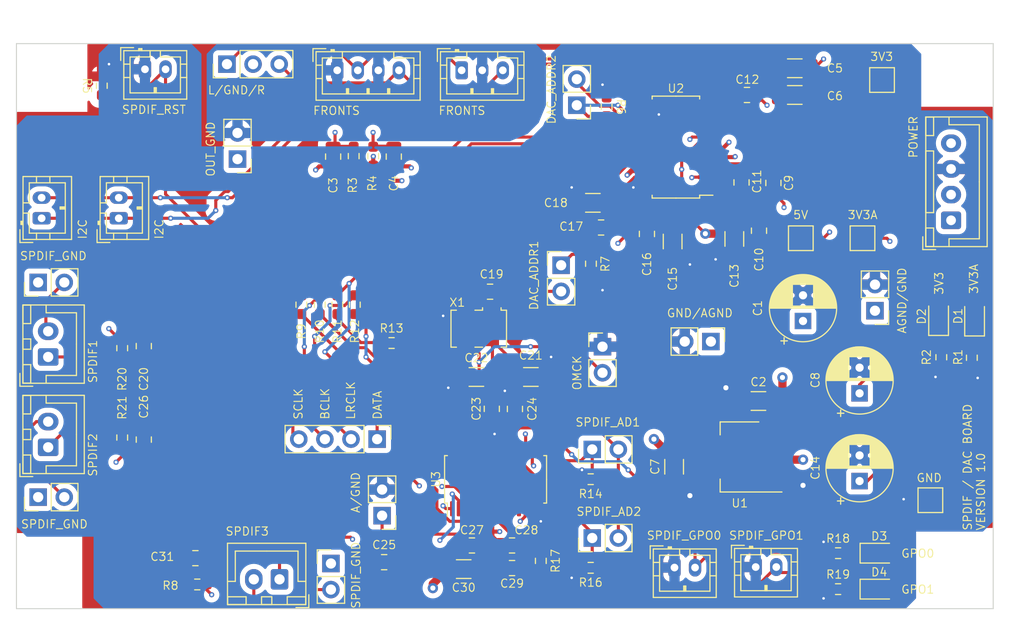
<source format=kicad_pcb>
(kicad_pcb (version 20240108) (generator "pcbnew") (generator_version "8.0")
  (layers (0 "F.Cu" signal) (1 "In1.Cu" signal) (2 "In2.Cu" signal) (31 "B.Cu" signal) (34 "B.Paste" user) (35 "F.Paste" user) (36 "B.SilkS" user "B.Silkscreen") (37 "F.SilkS" user "F.Silkscreen") (38 "B.Mask" user) (39 "F.Mask" user) (44 "Edge.Cuts" user))
  (net 0 "")
  (net 1 "AGND")
  (net 6 "GND")
  (net 7 "I2S_DATA")
  (net 8 "I2S_LRCLK")
  (net 9 "I2S_BCLK")
  (net 10 "I2S_SCLK")
  (net 11 "SCL")
  (net 12 "SDA")
  (net 13 "3V3")
  (net 14 "SPDIF3_IN")
  (net 15 "SPDIF3_GND")
  (net 16 "3V3A")
  (net 17 "RESET")
  (net 18 "SPDIF1_IN")
  (net 19 "SPDIF1_GND")
  (net 20 "SPDIF2_IN")
  (net 21 "SPDIF2_GND")
  (net 22 "5V")
  (net 23 "GPO0")
  (net 24 "OMCK")
  (net 25 "OUTL")
  (net 26 "OUTR")
  (net 27 "Net-(U2-OUTR)")
  (net 28 "Net-(U2-OUTL)")
  (net 29 "Net-(U2-VCOM{slash}DEMP)")
  (net 30 "Net-(U2-CAPP)")
  (net 31 "Net-(U2-CAPM)")
  (net 32 "Net-(U2-VNEG)")
  (net 33 "Net-(U2-LDOO)")
  (net 34 "AGND_OUT")
  (net 35 "Net-(D1-K)")
  (net 36 "Net-(D2-K)")
  (net 37 "Net-(D3-K)")
  (net 38 "Net-(D4-K)")
  (net 39 "GPO1")
  (net 40 "Net-(U3-RXP0)")
  (net 41 "Net-(U3-RXN)")
  (net 42 "Net-(U3-RXP1)")
  (net 43 "Net-(U3-FILT)")
  (net 44 "Net-(C29-Pad2)")
  (net 46 "Net-(J11-Pin_1)")
  (net 47 "Net-(J12-Pin_1)")
  (net 48 "Net-(J15-Pin_1)")
  (net 49 "Net-(J18-Pin_1)")
  (net 50 "Net-(U3-RMCK)")
  (net 51 "Net-(U3-OSCLK)")
  (net 52 "Net-(U3-SDOUT)")
  (net 53 "Net-(U3-OLRCK)")
  (net 54 "Net-(U3-RXP2)")
  (footprint "Connector_PinHeader_2.54mm:PinHeader_1x02_P2.54mm_Vertical" (layer "F.Cu") (at 107.513748 116.755 180)
    (property "Reference" "J11" (hide yes))
    (property "Value" "Conn_01x02_Pin")
  )
  (footprint "Capacitor_SMD:C_1206_3216Metric_Pad1.33x1.80mm_HandSolder" (layer "F.Cu") (at 109.076248 126.255 180)
    (property "Reference" "C18")
    (property "Value" "10u")
  )
  (footprint "LED_SMD:LED_0805_2012Metric_Pad1.15x1.40mm_HandSolder" (layer "F.Cu") (at 136.926248 160.355)
    (property "Reference" "D3")
    (property "Value" "BLUE")
  )
  (footprint "Connector_PinHeader_2.54mm:PinHeader_1x04_P2.54mm_Vertical" (layer "F.Cu") (at 88.093748 149.255 -90)
    (property "Reference" "J14" (hide yes))
    (property "Value" "Conn_01x04_Pin")
  )
  (footprint "Capacitor_SMD:C_1206_3216Metric_Pad1.33x1.80mm_HandSolder" (layer "F.Cu") (at 122.833748 129.768748 -90)
    (property "Reference" "C13")
    (property "Value" "10u")
  )
  (footprint "Resistor_SMD:R_0603_1608Metric_Pad0.98x0.95mm_HandSolder" (layer "F.Cu") (at 142.965 141.283334 90)
    (property "Reference" "R2")
    (property "Value" "330R")
  )
  (footprint "Capacitor_SMD:C_1206_3216Metric_Pad1.33x1.80mm_HandSolder" (layer "F.Cu") (at 103.046248 143.205 180)
    (property "Reference" "C21")
    (property "Value" "10u")
  )
  (footprint "Connector_PinHeader_2.54mm:PinHeader_1x02_P2.54mm_Vertical" (layer "F.Cu") (at 110.013748 140.255)
    (property "Reference" "J13" (hide yes))
    (property "Value" "Conn_01x02_Pin")
  )
  (footprint "Connector_PinHeader_2.54mm:PinHeader_1x03_P2.54mm_Vertical" (layer "F.Cu") (at 73.488748 112.755 90)
    (property "Reference" "J4" (hide yes))
    (property "Value" "Conn_01x03_Pin")
  )
  (footprint "Capacitor_THT:CP_Radial_D6.3mm_P2.50mm" (layer "F.Cu") (at 135.013748 153.337379 90)
    (property "Reference" "C14")
    (property "Value" "220u")
  )
  (footprint "Capacitor_SMD:C_1206_3216Metric_Pad1.33x1.80mm_HandSolder" (layer "F.Cu") (at 97.746248 143.205)
    (property "Reference" "C22")
    (property "Value" "10u")
  )
  (footprint "Capacitor_SMD:C_1206_3216Metric_Pad1.33x1.80mm_HandSolder" (layer "F.Cu") (at 116.979036 151.944843 90)
    (property "Reference" "C7")
    (property "Value" "10u" (hide yes))
  )
  (footprint "Capacitor_SMD:C_1206_3216Metric_Pad1.33x1.80mm_HandSolder" (layer "F.Cu") (at 125.179036 145.544843)
    (property "Reference" "C2")
    (property "Value" "10u")
  )
  (footprint "Connector_JST:JST_XH_B4B-XH-A_1x04_P2.50mm_Vertical" (layer "F.Cu") (at 143.913748 127.955 90)
    (property "Reference" "J6" (hide yes))
    (property "Value" "CHANSEL" (hide yes))
  )
  (footprint "Package_SO:TSSOP-28_4.4x9.7mm_P0.65mm" (layer "F.Cu") (at 99.61205 153.16811 90)
    (property "Reference" "U3")
    (property "Value" "CS8416-xZZ")
  )
  (footprint "Resistor_SMD:R_0603_1608Metric_Pad0.98x0.95mm_HandSolder" (layer "F.Cu") (at 110.413748 116.915 90)
    (property "Reference" "R6")
    (property "Value" "4.7K")
  )
  (footprint "Resistor_SMD:R_0603_1608Metric_Pad0.98x0.95mm_HandSolder" (layer "F.Cu") (at 85.813748 121.705 90)
    (property "Reference" "R3")
    (property "Value" "470R")
  )
  (footprint "Resistor_SMD:R_0603_1608Metric_Pad0.98x0.95mm_HandSolder" (layer "F.Cu") (at 108.863748 161.78 180)
    (property "Reference" "R16")
    (property "Value" "47K")
  )
  (footprint "Package_TO_SOT_SMD:SOT-223-3_TabPin2" (layer "F.Cu") (at 123.365288 150.989843 180)
    (property "Reference" "U1")
    (property "Value" "ZLDO1117QG33TA")
  )
  (footprint "Capacitor_SMD:C_1206_3216Metric_Pad1.33x1.80mm_HandSolder" (layer "F.Cu") (at 128.713748 113.155 180)
    (property "Reference" "C5")
    (property "Value" "0R")
  )
  (footprint "Capacitor_SMD:C_0805_2012Metric_Pad1.18x1.45mm_HandSolder" (layer "F.Cu") (at 70.4175 160.84)
    (property "Reference" "C31")
    (property "Value" "0.01u")
  )
  (footprint "LED_SMD:LED_0805_2012Metric_Pad1.15x1.40mm_HandSolder" (layer "F.Cu") (at 146.2 137.35 90)
    (property "Reference" "D1")
    (property "Value" "BLUE")
  )
  (footprint "Capacitor_SMD:C_0805_2012Metric_Pad1.18x1.45mm_HandSolder" (layer "F.Cu") (at 101.213748 161.805)
    (property "Reference" "C29")
    (property "Value" "22n C0G")
  )
  (footprint "Resistor_SMD:R_0603_1608Metric_Pad0.98x0.95mm_HandSolder" (layer "F.Cu") (at 145.935 141.333333 90)
    (property "Reference" "R1")
    (property "Value" "75R")
  )
  (footprint "Resistor_SMD:R_0603_1608Metric_Pad0.98x0.95mm_HandSolder" (layer "F.Cu") (at 80.723748 136.1675 90)
    (property "Reference" "R9")
    (property "Value" "22R")
  )
  (footprint "Connector_JST:JST_PH_B4B-PH-K_1x04_P2.00mm_Vertical" (layer "F.Cu") (at 84.213748 113.355)
    (property "Reference" "J1" (hide yes))
    (property "Value" "Conn_01x04_Pin")
  )
  (footprint "Package_SO:TSSOP-28_4.4x9.7mm_P0.65mm" (layer "F.Cu") (at 117.151248 120.83 180)
    (property "Reference" "U2")
    (property "Value" "PCM5142PWR")
  )
  (footprint "Resistor_SMD:R_0603_1608Metric_Pad0.98x0.95mm_HandSolder" (layer "F.Cu") (at 89.5 139.9)
    (property "Reference" "R13")
    (property "Value" "47K")
  )
  (footprint "Resistor_SMD:R_0603_1608Metric_Pad0.98x0.95mm_HandSolder" (layer "F.Cu") (at 85.923748 136.1675 90)
    (property "Reference" "R12")
    (property "Value" "22R")
  )
  (footprint "Connector_PinHeader_2.54mm:PinHeader_1x02_P2.54mm_Vertical" (layer "F.Cu") (at 74.513748 121.995 180)
    (property "Reference" "J3" (hide yes))
    (property "Value" "Conn_01x02_Pin")
  )
  (footprint "Resistor_SMD:R_0603_1608Metric_Pad0.98x0.95mm_HandSolder" (layer "F.Cu") (at 61.313748 114.855 90)
    (property "Reference" "R5")
    (property "Value" "4.7K")
  )
  (footprint "Resistor_SMD:R_0603_1608Metric_Pad0.98x0.95mm_HandSolder" (layer "F.Cu") (at 63.3 149.1 90)
    (property "Reference" "R21")
    (property "Value" "75R")
  )
  (footprint "Connector_JST:JST_XH_B2B-XH-A_1x02_P2.50mm_Vertical" (layer "F.Cu") (at 56.1 141.255 90)
    (property "Reference" "J16" (hide yes))
    (property "Value" "Conn_01x02_Pin" (hide yes))
  )
  (footprint "Capacitor_SMD:C_0805_2012Metric" (layer "F.Cu") (at 123.533748 124.268748 90)
    (property "Reference" "C11")
    (property "Value" "2.2u 25V")
  )
  (footprint "MountingHole:MountingHole_3.2mm_M3" (layer "F.Cu") (at 145.513748 113.255)
    (property "Reference" "H2" (hide yes))
    (property "Value" "MountingHole" (hide yes))
  )
  (footprint "Connector_PinHeader_2.54mm:PinHeader_1x02_P2.54mm_Vertical" (layer "F.Cu") (at 136.513748 136.755 180)
    (property "Reference" "J8" (hide yes))
    (property "Value" "Conn_01x02_Pin")
  )
  (footprint "Capacitor_SMD:C_0805_2012Metric" (layer "F.Cu") (at 114.333748 129.281248 90)
    (property "Reference" "C16")
    (property "Value" "0.01u")
  )
  (footprint "Resistor_SMD:R_0603_1608Metric_Pad0.98x0.95mm_HandSolder" (layer "F.Cu") (at 132.926248 160.355)
    (property "Reference" "R18")
    (property "Value" "75R")
  )
  (footprint "TestPoint:TestPoint_Pad_2.0x2.0mm" (layer "F.Cu") (at 129.3 129.7)
    (property "Reference" "TP2" (hide yes))
    (property "Value" "TestPoint")
  )
  (footprint "Capacitor_SMD:C_0805_2012Metric" (layer "F.Cu") (at 124.063748 115.755 180)
    (property "Reference" "C12")
    (property "Value" "0.01u")
  )
  (footprint "Connector_PinHeader_2.54mm:PinHeader_1x02_P2.54mm_Vertical" (layer "F.Cu") (at 88.576248 156.705 180)
    (property "Reference" "J17" (hide yes))
    (property "Value" "Conn_01x02_Pin")
  )
  (footprint "TestPoint:TestPoint_Pad_2.0x2.0mm" (layer "F.Cu") (at 141.9 155.2)
    (property "Reference" "TP4" (hide yes))
    (property "Value" "TestPoint")
  )
  (footprint "Capacitor_SMD:C_0805_2012Metric" (layer "F.Cu") (at 126.633748 124.318748 90)
    (property "Reference" "C9")
    (property "Value" "2.2u 25V")
  )
  (footprint "Connector_PinHeader_2.54mm:PinHeader_1x02_P2.54mm_Vertical" (layer "F.Cu") (at 109.013748 158.88 90)
    (property "Reference" "J18" (hide yes))
    (property "Value" "Conn_01x02_Pin")
  )
  (footprint "Resistor_SMD:R_0603_1608Metric_Pad0.98x0.95mm_HandSolder" (layer "F.Cu") (at 108.863748 153.155 180)
    (property "Reference" "R14")
    (property "Value" "47K")
  )
  (footprint "Resistor_SMD:R_0603_1608Metric_Pad0.98x0.95mm_HandSolder" (layer "F.Cu") (at 82.513748 136.1675 90)
    (property "Reference" "R10")
    (property "Value" "22R")
  )
  (footprint "Connector_JST:JST_XH_B2B-XH-A_1x02_P2.50mm_Vertical" (layer "F.Cu") (at 78.6 162.9 180)
    (property "Reference" "J24" (hide yes))
    (property "Value" "Conn_01x02_Pin")
  )
  (footprint "Resistor_SMD:R_0603_1608Metric_Pad0.98x0.95mm_HandSolder" (layer "F.Cu") (at 132.926248 163.855)
    (property "Reference" "R19")
    (property "Value" "330R")
  )
  (footprint "Capacitor_SMD:C_1206_3216Metric_Pad1.33x1.80mm_HandSolder" (layer "F.Cu") (at 96.513748 161.905)
    (property "Reference" "C30")
    (property "Value" "10u")
  )
  (footprint "Connector_JST:JST_PH_B2B-PH-K_1x02_P2.00mm_Vertical" (layer "F.Cu") (at 55.463748 127.755 90)
    (property "Reference" "J7" (hide yes))
    (property "Value" "Conn_01x02_Male")
  )
  (footprint "Capacitor_SMD:C_0805_2012Metric" (layer "F.Cu") (at 101.4958 146.31811 -90)
    (property "Reference" "C24")
    (property "Value" "0.01u")
  )
  (footprint "Capacitor_SMD:C_0805_2012Metric" (layer "F.Cu") (at 99.246248 146.305 -90)
    (property "Reference" "C23")
    (property "Value" "0.01u")
  )
  (footprint "TestPoint:TestPoint_Pad_2.0x2.0mm" (layer "F.Cu") (at 137.2 114.3)
    (property "Reference" "TP1" (hide yes))
    (property "Value" "TestPoint")
  )
  (footprint "Capacitor_SMD:C_0805_2012Metric_Pad1.18x1.45mm_HandSolder" (layer "F.Cu") (at 101.213748 159.605)
    (property "Reference" "C28")
    (property "Value" "1n C0G")
  )
  (footprint "Capacitor_SMD:C_0805_2012Metric" (layer "F.Cu") (at 83.813748 121.755 90)
    (property "Reference" "C3")
    (property "Value" "2.2n C0G 50V")
  )
  (footprint "Connector_PinHeader_2.54mm:PinHeader_1x02_P2.54mm_Vertical" (layer "F.Cu") (at 109.013748 150.255 90)
    (property "Reference" "J15" (hide yes))
    (property "Value" "Conn_01x02_Pin")
  )
  (footprint "Resistor_SMD:R_0603_1608Metric_Pad0.98x0.95mm_HandSolder" (layer "F.Cu") (at 104.013748 161.105 -90)
    (property "Reference" "R17")
    (property "Value" "3K")
  )
  (footprint "Capacitor_SMD:C_0805_2012Metric_Pad1.18x1.45mm_HandSolder" (layer "F.Cu") (at 88.776248 161.23)
    (property "Reference" "C25")
    (property "Value" "0.01u")
  )
  (footprint "Resistor_SMD:R_0603_1608Metric_Pad0.98x0.95mm_HandSolder" (layer "F.Cu") (at 84.223748 136.1675 90)
    (property "Reference" "R11")
    (property "Value" "22R")
  )
  (footprint "Capacitor_SMD:C_1206_3216Metric_Pad1.33x1.80mm_HandSolder" (layer "F.Cu") (at 128.713748 115.755 180)
    (property "Reference" "C6")
    (property "Value" "10u")
  )
  (footprint "Capacitor_SMD:C_0805_2012Metric" (layer "F.Cu") (at 97.313748 159.605 180)
    (property "Reference" "C27")
    (property "Value" "0.01u")
  )
  (footprint "LED_SMD:LED_0805_2012Metric_Pad1.15x1.40mm_HandSolder" (layer "F.Cu") (at 136.926248 163.855)
    (property "Reference" "D4")
    (property "Value" "YELLOW")
  )
  (footprint "Capacitor_SMD:C_0805_2012Metric" (layer "F.Cu") (at 109.876248 128.655)
    (property "Reference" "C17")
    (property "Value" "0.01u")
  )
  (footprint "Connector_PinHeader_2.54mm:PinHeader_1x02_P2.54mm_Vertical" (layer "F.Cu") (at 105.988748 132.33)
    (property "Reference" "J12" (hide yes))
    (property "Value" "Conn_01x02_Pin")
  )
  (footprint "Connector_PinHeader_2.54mm:PinHeader_1x02_P2.54mm_Vertical" (layer "F.Cu") (at 120.553748 139.755 -90)
    (property "Reference" "J9" (hide yes))
    (property "Value" "Conn_01x02_Pin")
  )
  (footprint "Resistor_SMD:R_0603_1608Metric_Pad0.98x0.95mm_HandSolder" (layer "F.Cu") (at 63.3 140.4 90)
    (property "Reference" "R20")
    (property "Value" "75R")
  )
  (footprint "Capacitor_THT:CP_Radial_D6.3mm_P2.50mm" (layer "F.Cu") (at 135.013748 144.796189 90)
    (property "Reference" "C8")
    (property "Value" "220u")
  )
  (footprint "LED_SMD:LED_0805_2012Metric_Pad1.15x1.40mm_HandSolder" (layer "F.Cu") (at 142.7 137.3 90)
    (property "Reference" "D2")
    (property "Value" "YELLOW")
  )
  (footprint "Connector_JST:JST_XH_B2B-XH-A_1x02_P2.50mm_Vertical" (layer "F.Cu") (at 56.1 150.05 90)
    (property "Reference" "J20" (hide yes))
    (property "Value" "Conn_01x02_Pin" (hide yes))
  )
  (footprint "Connector_JST:JST_PH_B2B-PH-K_1x02_P2.00mm_Vertical" (layer "F.Cu") (at 124.913748 161.705)
    (property "Reference" "J22" (hide yes))
    (property "Value" "Conn_01x02_Male")
  )
  (footprint "Connector_JST:JST_PH_B2B-PH-K_1x02_P2.00mm_Vertical" (layer "F.Cu") (at 65.513748 113.255)
    (property "Reference" "J10" (hide yes))
    (property "Value" "Conn_01x02_Male")
  )
  (footprint "Capacitor_THT:CP_Radial_D6.3mm_P2.50mm" (layer "F.Cu") (at 129.513748 137.755 90)
    (property "Reference" "C1")
    (property "Value" "220u")
  )
  (footprint "Capacitor_SMD:C_0805_2012Metric" (layer "F.Cu") (at 125.233748 128.968748 90)
    (property "Reference" "C10")
    (property "Value" "0.01u")
  )
  (footprint "Capacitor_SMD:C_0805_2012Metric_Pad1.18x1.45mm_HandSolder" (layer "F.Cu") (at 65.4 149.3 -90)
    (property "Reference" "C26")
    (property "Value" "0.01u")
  )
  (footprint "Capacitor_SMD:C_1206_3216Metric_Pad1.33x1.80mm_HandSolder" (layer "F.Cu") (at 116.833748 130.018748 -90)
    (property "Reference" "C15")
    (property "Value" "10u")
  )
  (footprint "Oscillator:Oscillator_SMD_EuroQuartz_XO53-4Pin_5.0x3.2mm" (layer "F.Cu") (at 97.976248 138.505 180)
    (property "Reference" "X1")
    (property "Value" "DFA-S3")
  )
  (footprint "Capacitor_SMD:C_0805_2012Metric" (layer "F.Cu") (at 99.076248 134.905 180)
    (property "Reference" "C19")
    (property "Value" "0.01u")
  )
  (footprint "Resistor_SMD:R_0603_1608Metric_Pad0.98x0.95mm_HandSolder" (layer "F.Cu") (at 87.713748 121.705 90)
    (property "Reference" "R4")
    (property "Value" "470R")
  )
  (footprint "MountingHole:MountingHole_3.2mm_M3" (layer "F.Cu") (at 55.513748 113.255)
    (property "Reference" "H1" (hide yes))
    (property "Value" "MountingHole" (hide yes))
  )
  (footprint "Connector_PinHeader_2.54mm:PinHeader_1x02_P2.54mm_Vertical" (layer "F.Cu") (at 55.125 154.9 90)
    (property "Reference" "J23" (hide yes))
    (property "Value" "Conn_01x02_Pin")
  )
  (footprint "Connector_PinHeader_2.54mm:PinHeader_1x02_P2.54mm_Vertical" (layer "F.Cu") (at 83.6 161.36)
    (property "Reference" "J25" (hide yes))
    (property "Value" "Conn_01x02_Pin")
  )
  (footprint "Resistor_SMD:R_0603_1608Metric_Pad0.98x0.95mm_HandSolder" (layer "F.Cu") (at 70.6 163.4)
    (property "Reference" "R8")
    (property "Value" "75R")
  )
  (footprint "Connector_PinHeader_2.54mm:PinHeader_1x02_P2.54mm_Vertical" (layer "F.Cu") (at 55.125 134 90)
    (property "Reference" "J19" (hide yes))
    (property "Value" "Conn_01x02_Pin")
  )
  (footprint "Resistor_SMD:R_0603_1608Metric_Pad0.98x0.95mm_HandSolder" (layer "F.Cu") (at 108.888748 132.1825 -90)
    (property "Reference" "R7")
    (property "Value" "4.7K")
  )
  (footprint "Connector_JST:JST_PH_B3B-PH-K_1x03_P2.00mm_Vertical" (layer "F.Cu") (at 96.313748 113.355)
    (property "Reference" "J2" (hide yes))
    (property "Value" "Conn_01x03_Pin")
  )
  (footprint "Connector_JST:JST_PH_B2B-PH-K_1x02_P2.00mm_Vertical" (layer "F.Cu") (at 62.963748 127.755 90)
    (property "Reference" "J5" (hide yes))
    (property "Value" "Conn_01x02_Male" (hide yes))
  )
  (footprint "TestPoint:TestPoint_Pad_2.0x2.0mm" (layer "F.Cu") (at 135.3 129.7)
    (property "Reference" "TP3" (hide yes))
    (property "Value" "TestPoint")
  )
  (footprint "Connector_JST:JST_PH_B2B-PH-K_1x02_P2.00mm_Vertical" (layer "F.Cu") (at 117.013748 161.755)
    (property "Reference" "J21" (hide yes))
    (property "Value" "Conn_01x02_Male")
  )
  (footprint "Capacitor_SMD:C_0805_2012Metric" (layer "F.Cu") (at 89.713748 121.755 90)
    (property "Reference" "C4")
    (property "Value" "2.2n C0G 50V")
  )
  (footprint "Capacitor_SMD:C_0805_2012Metric_Pad1.18x1.45mm_HandSolder" (layer "F.Cu") (at 65.4 140.2 90)
    (property "Reference" "C20")
    (property "Value" "0.01u")
  )
  (footprint "MountingHole:MountingHole_3.2mm_M3" (layer "F.Cu") (at 145.513748 163.255)
    (property "Reference" "H4" (hide yes))
    (property "Value" "MountingHole" (hide yes))
  )
  (footprint "MountingHole:MountingHole_3.2mm_M3" (layer "F.Cu") (at 55.513748 163.255)
    (property "Reference" "H3" (hide yes))
    (property "Value" "MountingHole" (hide yes))
  )
  (gr_line (start 53.013748 110.755) (end 148.013748 110.755) (stroke (width 0.1)) (layer "Edge.Cuts"))
  (gr_line (start 148.013748 110.755) (end 148.013748 165.755) (stroke (width 0.1)) (layer "Edge.Cuts"))
  (gr_line (start 53.013748 165.755) (end 148.013748 165.755) (stroke (width 0.1)) (layer "Edge.Cuts"))
  (gr_line (start 53.013748 165.755) (end 53.013748 110.755) (stroke (width 0.1)) (layer "Edge.Cuts"))
  (gr_text "AGND/GND" (at 139.613748 139.03 90) (layer "F.SilkS") (effects (font (size 0.8 0.8) (thickness 0.1) (bold yes)) (justify left bottom)))
  (gr_text "3V3A" (at 133.8 127.9 0) (layer "F.SilkS") (effects (font (size 0.8 0.8) (thickness 0.1) (bold yes)) (justify left bottom)))
  (gr_text "DAC_ADDR2" (at 105.513748 118.655 90) (layer "F.SilkS") (effects (font (size 0.8 0.8) (thickness 0.1) (bold yes)) (justify left bottom)))
  (gr_text "A/GND" (at 86.476248 156.5 90) (layer "F.SilkS") (effects (font (size 0.8 0.8) (thickness 0.1) (bold yes)) (justify left bottom)))
  (gr_text "SPDIF_AD2" (at 107.426248 156.78 0) (layer "F.SilkS") (effects (font (size 0.8 0.8) (thickness 0.1) (bold yes)) (justify left bottom)))
  (gr_text "SPDIF_GPO0" (at 114.263748 159.105 0) (layer "F.SilkS") (effects (font (size 0.8 0.8) (thickness 0.1) (bold yes)) (justify left bottom)))
  (gr_text "LRCLK" (at 86 147.4 90) (layer "F.SilkS") (effects (font (size 0.8 0.8) (thickness 0.1) (bold yes)) (justify left bottom)))
  (gr_text "SPDIF1" (at 60.913748 143.855 90) (layer "F.SilkS") (effects (font (size 0.8 0.8) (thickness 0.1) (bold yes)) (justify left bottom)))
  (gr_text "SPDIF_GPO1" (at 122.263748 159.105 0) (layer "F.SilkS") (effects (font (size 0.8 0.8) (thickness 0.1) (bold yes)) (justify left bottom)))
  (gr_text "SPDIF_AD1" (at 107.326248 148.08 0) (layer "F.SilkS") (effects (font (size 0.8 0.8) (thickness 0.1) (bold yes)) (justify left bottom)))
  (gr_text "GND" (at 140.5 153.5 0) (layer "F.SilkS") (effects (font (size 0.8 0.8) (thickness 0.1) (bold yes)) (justify left bottom)))
  (gr_text "SPDIF / DAC BOARD\nVERSION 1.0" (at 147.278748 158.2 90) (layer "F.SilkS") (effects (font (size 0.8 0.8) (thickness 0.1) (bold yes)) (justify left bottom)))
  (gr_text "SPDIF_GND" (at 86.5 165.8 90) (layer "F.SilkS") (effects (font (size 0.8 0.8) (thickness 0.1) (bold yes)) (justify left bottom)))
  (gr_text "FRONTS\n" (at 94.013748 117.755 0) (layer "F.SilkS") (effects (font (size 0.8 0.8) (thickness 0.1) (bold yes)) (justify left bottom)))
  (gr_text "L/GND/R" (at 71.568748 115.755 0) (layer "F.SilkS") (effects (font (size 0.8 0.8) (thickness 0.1) (bold yes)) (justify left bottom)))
  (gr_text "3V3" (at 143.215 135.255 90) (layer "F.SilkS") (effects (font (size 0.8 0.8) (thickness 0.1) (bold yes)) (justify left bottom)))
  (gr_text "SCLK\n" (at 80.9 147.4 90) (layer "F.SilkS") (effects (font (size 0.8 0.8) (thickness 0.1) (bold yes)) (justify left bottom)))
  (gr_text "SPDIF_RST" (at 63.213748 117.655 0) (layer "F.SilkS") (effects (font (size 0.8 0.8) (thickness 0.1) (bold yes)) (justify left bottom)))
  (gr_text "GND/AGND" (at 116.213748 137.455 0) (layer "F.SilkS") (effects (font (size 0.8 0.8) (thickness 0.1) (bold yes)) (justify left bottom)))
  (gr_text "5V" (at 128.5 127.9 0) (layer "F.SilkS") (effects (font (size 0.8 0.8) (thickness 0.1) (bold yes)) (justify left bottom)))
  (gr_text "GPO0\n" (at 139.013748 160.855 0) (layer "F.SilkS") (effects (font (size 0.8 0.8) (thickness 0.1) (bold yes)) (justify left bottom)))
  (gr_text "DAC_ADDR1" (at 103.813748 136.755 90) (layer "F.SilkS") (effects (font (size 0.8 0.8) (thickness 0.1) (bold yes)) (justify left bottom)))
  (gr_text "OMCK" (at 108.013748 144.545 90) (layer "F.SilkS") (effects (font (size 0.8 0.8) (thickness 0.1) (bold yes)) (justify left bottom)))
  (gr_text "SPDIF_GND" (at 53.3 131.9 0) (layer "F.SilkS") (effects (font (size 0.8 0.8) (thickness 0.1) (bold yes)) (justify left bottom)))
  (gr_text "3V3" (at 136 112.5 0) (layer "F.SilkS") (effects (font (size 0.8 0.8) (thickness 0.1) (bold yes)) (justify left bottom)))
  (gr_text "SPDIF_GND" (at 53.4 158 0) (layer "F.SilkS") (effects (font (size 0.8 0.8) (thickness 0.1) (bold yes)) (justify left bottom)))
  (gr_text "DATA" (at 88.6 147.4 90) (layer "F.SilkS") (effects (font (size 0.8 0.8) (thickness 0.1) (bold yes)) (justify left bottom)))
  (gr_text "OUT_GND" (at 72.363748 123.755 90) (layer "F.SilkS") (effects (font (size 0.8 0.8) (thickness 0.1) (bold yes)) (justify left bottom)))
  (gr_text "FRONTS" (at 81.813748 117.755 0) (layer "F.SilkS") (effects (font (size 0.8 0.8) (thickness 0.1) (bold yes)) (justify left bottom)))
  (gr_text "GPO1\n" (at 139.013748 164.355 0) (layer "F.SilkS") (effects (font (size 0.8 0.8) (thickness 0.1) (bold yes)) (justify left bottom)))
  (gr_text "BCLK" (at 83.5 147.4 90) (layer "F.SilkS") (effects (font (size 0.8 0.8) (thickness 0.1) (bold yes)) (justify left bottom)))
  (gr_text "SPDIF2" (at 60.913748 152.95 90) (layer "F.SilkS") (effects (font (size 0.8 0.8) (thickness 0.1) (bold yes)) (justify left bottom)))
  (gr_text "POWER" (at 140.713748 121.955 90) (layer "F.SilkS") (effects (font (size 0.8 0.8) (thickness 0.1) (bold yes)) (justify left bottom)))
  (gr_text "I2C" (at 67.363748 129.855 90) (layer "F.SilkS") (effects (font (size 0.8 0.8) (thickness 0.1) (bold yes)) (justify left bottom)))
  (gr_text "SPDIF3" (at 73.3 158.7 0) (layer "F.SilkS") (effects (font (size 0.8 0.8) (thickness 0.1) (bold yes)) (justify left bottom)))
  (gr_text "3V3A" (at 146.6 135.175 90) (layer "F.SilkS") (effects (font (size 0.8 0.8) (thickness 0.1) (bold yes)) (justify left bottom)))
  (gr_text "I2C" (at 59.913748 129.855 90) (layer "F.SilkS") (effects (font (size 0.8 0.8) (thickness 0.1) (bold yes)) (justify left bottom)))
  (segment (start 130.276248 115.755) (end 130.276248 113.155) (width 0.3) (layer "F.Cu") (net 1))
  (segment (start 83.813748 122.705) (end 82.463748 122.705) (width 0.4) (layer "F.Cu") (net 1))
  (segment (start 95.38705 156.01811) (end 94.776858 156.01811) (width 0.3) (layer "F.Cu") (net 1))
  (segment (start 98.263748 159.605) (end 98.263748 161.7175) (width 0.4) (layer "F.Cu") (net 1))
  (segment (start 88.576248 156.705) (end 88.576248 160.3925) (width 0.3) (layer "F.Cu") (net 1))
  (segment (start 99.28705 158.581698) (end 98.263748 159.605) (width 0.4) (layer "F.Cu") (net 1))
  (segment (start 118.745 123.755) (end 118.7 123.8) (width 0.3) (layer "F.Cu") (net 1))
  (segment (start 130.613748 113.155) (end 131.513748 112.255) (width 0.3) (layer "F.Cu") (net 1))
  (segment (start 89.713748 122.705) (end 91.263748 122.705) (width 0.4) (layer "F.Cu") (net 1))
  (segment (start 63.3 150.9) (end 62.7 151.5) (width 0.3) (layer "F.Cu") (net 1))
  (segment (start 71.5125 163.4) (end 71.5125 163.9125) (width 0.3) (layer "F.Cu") (net 1))
  (segment (start 118.738748 119.855) (end 118.513748 120.08) (width 0.3) (layer "F.Cu") (net 1))
  (segment (start 91.263748 122.705) (end 91.413748 122.855) (width 0.4) (layer "F.Cu") (net 1))
  (segment (start 120.013748 119.855) (end 118.738748 119.855) (width 0.3) (layer "F.Cu") (net 1))
  (segment (start 126.633748 125.268748) (end 127.664949 126.299949) (width 0.3) (layer "F.Cu") (net 1))
  (segment (start 99.28705 156.01811) (end 99.28705 158.255) (width 0.4) (layer "F.Cu") (net 1))
  (segment (start 120.013748 123.755) (end 118.745 123.755) (width 0.3) (layer "F.Cu") (net 1))
  (segment (start 71.5125 163.9125) (end 72 164.4) (width 0.3) (layer "F.Cu") (net 1))
  (segment (start 127.664949 126.299949) (end 127.664949 126.709865) (width 0.3) (layer "F.Cu") (net 1))
  (segment (start 99.28705 158.255) (end 99.28705 158.581698) (width 0.4) (layer "F.Cu") (net 1))
  (segment (start 82.463748 122.705) (end 82.113748 123.055) (width 0.4) (layer "F.Cu") (net 1))
  (segment (start 63.3 150.0125) (end 63.3 150.9) (width 0.3) (layer "F.Cu") (net 1))
  (segment (start 102.53705 156.01811) (end 102.53705 156.731698) (width 0.3) (layer "F.Cu") (net 1))
  (segment (start 99.28705 158.715802) (end 100.176248 159.605) (width 0.4) (layer "F.Cu") (net 1))
  (segment (start 99.28705 158.255) (end 100.013748 158.255) (width 0.4) (layer "F.Cu") (net 1))
  (segment (start 103.18705 156.01811) (end 102.53705 156.01811) (width 0.3) (layer "F.Cu") (net 1))
  (segment (start 88.576248 160.3925) (end 87.738748 161.23) (width 0.3) (layer "F.Cu") (net 1))
  (segment (start 101.23705 156.01811) (end 101.88705 156.01811) (width 0.3) (layer "F.Cu") (net 1))
  (segment (start 102.53705 156.731698) (end 102.013748 157.255) (width 0.3) (layer "F.Cu") (net 1))
  (segment (start 62.9875 139.4875) (end 62 138.5) (width 0.3) (layer "F.Cu") (net 1))
  (segment (start 94.776858 156.01811) (end 94.50302 155.744272) (width 0.3) (layer "F.Cu") (net 1))
  (segment (start 100.176248 159.605) (end 100.176248 161.805) (width 0.4) (layer "F.Cu") (net 1))
  (segment (start 99.28705 158.255) (end 99.28705 158.715802) (width 0.4) (layer "F.Cu") (net 1))
  (segment (start 125.013748 115.755) (end 126.013748 116.755) (width 0.3) (layer "F.Cu") (net 1))
  (segment (start 101.88705 156.01811) (end 102.53705 156.01811) (width 0.3) (layer "F.Cu") (net 1))
  (via (at 126.013748 116.755) (size 0.5) (drill 0.25) (layers "F.Cu" "B.Cu") (net 1))
  (via (at 102.013748 157.255) (size 0.5) (drill 0.25) (layers "F.Cu" "B.Cu") (net 1))
  (via (at 82.113748 123.055) (size 0.5) (drill 0.25) (layers "F.Cu" "B.Cu") (net 1))
  (via (at 62.7 151.5) (size 0.5) (drill 0.25) (layers "F.Cu" "B.Cu") (net 1))
  (via (at 118.513748 120.08) (size 0.5) (drill 0.25) (layers "F.Cu" "B.Cu") (net 1))
  (via (at 127.664949 126.709865) (size 0.5) (drill 0.25) (layers "F.Cu" "B.Cu") (net 1))
  (via (at 91.413748 122.855) (size 0.5) (drill 0.25) (layers "F.Cu" "B.Cu") (net 1))
  (via (at 118.7 123.8) (size 0.5) (drill 0.25) (layers "F.Cu" "B.Cu") (net 1))
  (via (at 62 138.5) (size 0.5) (drill 0.25) (layers "F.Cu" "B.Cu") (net 1))
  (via (at 100.013748 158.255) (size 0.5) (drill 0.25) (layers "F.Cu" "B.Cu") (net 1))
  (via (at 131.513748 112.255) (size 0.5) (drill 0.25) (layers "F.Cu" "B.Cu") (net 1))
  (via (at 72 164.4) (size 0.5) (drill 0.25) (layers "F.Cu" "B.Cu") (net 1))
  (via (at 94.50302 155.744272) (size 0.5) (drill 0.25) (layers "F.Cu" "B.Cu") (net 1))
  (segment (start 103.83705 156.01811) (end 103.83705 157.078302) (width 0.3) (layer "F.Cu") (net 6))
  (segment (start 145.935 142.735) (end 146.5 143.3) (width 0.3) (layer "F.Cu") (net 6))
  (segment (start 139.4 155.2) (end 139.3 155.1) (width 0.3) (layer "F.Cu") (net 6))
  (segment (start 117.266091 153.507343) (end 118.513748 154.755) (width 0.8) (layer "F.Cu") (net 6))
  (segment (start 108.888748 133.095) (end 108.888748 133.63) (width 0.3) (layer "F.Cu") (net 6))
  (segment (start 99.28705 148.981698) (end 99.513748 148.755) (width 0.3) (layer "F.Cu") (net 6))
  (segment (start 117.839996 131.581248) (end 118.513748 132.255) (width 0.3) (layer "F.Cu") (net 6))
  (segment (start 107.951248 153.155) (end 107.951248 152.3175) (width 0.3) (layer "F.Cu") (net 6))
  (segment (start 113.363748 124.405) (end 113.013748 124.755) (width 0.3) (layer "F.Cu") (net 6))
  (segment (start 104.608748 141.66) (end 105.013748 141.255) (width 0.3) (layer "F.Cu") (net 6))
  (segment (start 99.246248 145.355) (end 100.513748 145.355) (width 0.3) (layer "F.Cu") (net 6))
  (segment (start 142.965 142.635) (end 142.4 143.2) (width 0.3) (layer "F.Cu") (net 6))
  (segment (start 125.233748 129.918748) (end 124.246248 129.918748) (width 0.3) (layer "F.Cu") (net 6))
  (segment (start 107.513748 125.255) (end 107.013748 124.755) (width 0.3) (layer "F.Cu") (net 6))
  (segment (start 132.013748 163.855) (end 132.013748 164.255) (width 0.3) (layer "F.Cu") (net 6))
  (segment (start 115.483748 130.231248) (end 116.833748 131.581248) (width 0.3) (layer "F.Cu") (net 6))
  (segment (start 115.244412 117.905) (end 115.494412 117.655) (width 0.3) (layer "F.Cu") (net 6))
  (segment (start 96.063748 143.205) (end 95.013748 144.255) (width 0.3) (layer "F.Cu") (net 6))
  (segment (start 99.28705 150.31811) (end 99.28705 148.981698) (width 0.3) (layer "F.Cu") (net 6))
  (segment (start 94.663748 137.405) (end 94.513748 137.255) (width 0.3) (layer "F.Cu") (net 6))
  (segment (start 122.833748 131.331248) (end 121.4375 131.331248) (width 0.3) (layer "F.Cu") (net 6))
  (segment (start 100.513748 145.355) (end 100.513748 144.555) (width 0.3) (layer "F.Cu") (net 6))
  (segment (start 132.013748 159.755) (end 131.513748 159.255) (width 0.3) (layer "F.Cu") (net 6))
  (segment (start 104.608748 143.205) (end 104.608748 141.66) (width 0.3) (layer "F.Cu") (net 6))
  (segment (start 100.513748 145.355) (end 101.48269 145.355) (width 0.3) (layer "F.Cu") (net 6))
  (segment (start 98.126248 134.905) (end 98.126248 135.985) (width 0.3) (layer "F.Cu") (net 6))
  (segment (start 110.413748 116.0025) (end 110.413748 115.155) (width 0.3) (layer "F.Cu") (net 6))
  (segment (start 108.926248 127.6675) (end 107.513748 126.255) (width 0.3) (layer "F.Cu") (net 6))
  (segment (start 110.413748 115.155) (end 110.013748 114.755) (width 0.3) (layer "F.Cu") (net 6))
  (segment (start 114.288748 124.405) (end 113.363748 124.405) (width 0.3) (layer "F.Cu") (net 6))
  (segment (start 145.935 142.245833) (end 145.935 142.735) (width 0.3) (layer "F.Cu") (net 6))
  (segment (start 126.515288 153.289843) (end 129.048591 153.289843) (width 0.8) (layer "F.Cu") (net 6))
  (segment (start 129.048591 153.289843) (end 129.513748 153.755) (width 0.8) (layer "F.Cu") (net 6))
  (segment (start 123.303591 145.544843) (end 122.013748 144.255) (width 0.8) (layer "F.Cu") (net 6))
  (segment (start 61.313748 113.455) (end 62.013748 112.755) (width 0.3) (layer "F.Cu") (net 6))
  (segment (start 96.706248 137.405) (end 94.663748 137.405) (width 0.3) (layer "F.Cu") (net 6))
  (segment (start 61.313748 113.9425) (end 61.313748 113.455) (width 0.3) (layer "F.Cu") (net 6))
  (segment (start 121.4375 131.331248) (end 121.013748 131.755) (width 0.3) (layer "F.Cu") (net 6))
  (segment (start 103.83705 157.078302) (end 104.013748 157.255) (width 0.3) (layer "F.Cu") (net 6))
  (segment (start 114.288748 117.905) (end 115.244412 117.905) (width 0.3) (layer "F.Cu") (net 6))
  (segment (start 98.126248 135.985) (end 96.706248 137.405) (width 0.3) (layer "F.Cu") (net 6))
  (segment (start 132.013748 164.255) (end 131.513748 164.755) (width 0.3) (layer "F.Cu") (net 6))
  (segment (start 141.9 155.2) (end 139.4 155.2) (width 0.3) (layer "F.Cu") (net 6))
  (segment (start 107.513748 126.255) (end 107.513748 125.255) (width 0.3) (layer "F.Cu") (net 6))
  (segment (start 142.965 142.195834) (end 142.965 142.635) (width 0.3) (layer "F.Cu") (net 6))
  (segment (start 116.833748 131.581248) (end 117.839996 131.581248) (width 0.3) (layer "F.Cu") (net 6))
  (segment (start 114.333748 130.231248) (end 115.483748 130.231248) (width 0.3) (layer "F.Cu") (net 6))
  (segment (start 107.951248 152.3175) (end 108.013748 152.255) (width 0.3) (layer "F.Cu") (net 6))
  (segment (start 132.013748 160.355) (end 132.013748 159.755) (width 0.3) (layer "F.Cu") (net 6))
  (segment (start 124.246248 129.918748) (end 122.833748 131.331248) (width 0.3) (layer "F.Cu") (net 6))
  (segment (start 107.951248 161.8175) (end 107.013748 162.755) (width 0.3) (layer "F.Cu") (net 6))
  (segment (start 108.888748 133.63) (end 110.013748 134.755) (width 0.3) (layer "F.Cu") (net 6))
  (segment (start 108.926248 128.655) (end 108.926248 127.6675) (width 0.3) (layer "F.Cu") (net 6))
  (segment (start 123.616536 145.544843) (end 123.303591 145.544843) (width 0.8) (layer "F.Cu") (net 6))
  (via (at 131.513748 159.255) (size 0.5) (drill 0.25) (layers "F.Cu" "B.Cu") (net 6))
  (via (at 100.513748 144.555) (size 0.5) (drill 0.25) (layers "F.Cu" "B.Cu") (net 6))
  (via (at 95.013748 144.255) (size 0.5) (drill 0.25) (layers "F.Cu" "B.Cu") (net 6))
  (via (at 94.513748 137.255) (size 0.5) (drill 0.25) (layers "F.Cu" "B.Cu") (net 6))
  (via (at 142.4 143.2) (size 0.5) (drill 0.25) (layers "F.Cu" "B.Cu") (net 6))
  (via (at 108.013748 152.255) (size 0.5) (drill 0.25) (layers "F.Cu" "B.Cu") (net 6))
  (via (at 110.013748 134.755) (size 0.5) (drill 0.25) (layers "F.Cu" "B.Cu") (net 6))
  (via (at 131.513748 164.755) (size 0.5) (drill 0.25) (layers "F.Cu" "B.Cu") (net 6))
  (via (at 104.013748 157.255) (size 0.5) (drill 0.25) (layers "F.Cu" "B.Cu") (net 6))
  (via (at 110.013748 114.755) (size 0.5) (drill 0.25) (layers "F.Cu" "B.Cu") (net 6))
  (via (at 122.013748 144.255) (size 1) (drill 0.5) (layers "F.Cu" "B.Cu") (net 6))
  (via (at 115.494412 117.655) (size 0.5) (drill 0.25) (layers "F.Cu" "B.Cu") (net 6))
  (via (at 99.513748 148.755) (size 0.5) (drill 0.25) (layers "F.Cu" "B.Cu") (net 6))
  (via (at 118.513748 154.755) (size 1) (drill 0.5) (layers "F.Cu" "B.Cu") (net 6))
  (via (at 118.513748 132.255) (size 0.5) (drill 0.25) (layers "F.Cu" "B.Cu") (net 6))
  (via (at 107.013748 162.755) (size 0.5) (drill 0.25) (layers "F.Cu" "B.Cu") (net 6))
  (via (at 113.013748 124.755) (size 0.5) (drill 0.25) (layers "F.Cu" "B.Cu") (net 6))
  (via (at 105.013748 141.255) (size 0.5) (drill 0.25) (layers "F.Cu" "B.Cu") (net 6))
  (via (at 62.013748 112.755) (size 0.5) (drill 0.25) (layers "F.Cu" "B.Cu") (net 6))
  (via (at 129.513748 153.755) (size 1) (drill 0.5) (layers "F.Cu" "B.Cu") (net 6))
  (via (at 107.013748 124.755) (size 0.5) (drill 0.25) (layers "F.Cu" "B.Cu") (net 6))
  (via (at 121.013748 131.755) (size 0.5) (drill 0.25) (layers "F.Cu" "B.Cu") (net 6))
  (via (at 146.5 143.3) (size 0.5) (drill 0.25) (layers "F.Cu" "B.Cu") (net 6))
  (via (at 139.3 155.1) (size 0.5) (drill 0.25) (layers "F.Cu" "B.Cu") (net 6))
  (segment (start 114.288748 121.155) (end 98.323748 121.155) (width 0.3) (layer "F.Cu") (net 7))
  (segment (start 85.368748 134.11) (end 84.223748 135.255) (width 0.3) (layer "F.Cu") (net 7))
  (segment (start 98.323748 121.155) (end 85.368748 134.11) (width 0.3) (layer "F.Cu") (net 7))
  (segment (start 88.093748 145.835) (end 83.013748 140.755) (width 0.3) (layer "F.Cu") (net 7))
  (segment (start 88.093748 149.255) (end 88.093748 145.835) (width 0.3) (layer "F.Cu") (net 7))
  (via (at 85.368748 134.11) (size 0.5) (drill 0.25) (layers "F.Cu" "B.Cu") (net 7))
  (via (at 83.013748 140.755) (size 0.5) (drill 0.25) (layers "F.Cu" "B.Cu") (net 7))
  (segment (start 85.368748 138.4) (end 85.368748 134.11) (width 0.3) (layer "B.Cu") (net 7))
  (segment (start 83.013748 140.755) (end 85.368748 138.4) (width 0.3) (layer "B.Cu") (net 7))
  (segment (start 84.936248 136.2425) (end 85.923748 135.255) (width 0.3) (layer "F.Cu") (net 8))
  (segment (start 99.373748 121.805) (end 114.288748 121.805) (width 0.3) (layer "F.Cu") (net 8))
  (segment (start 85.923748 135.255) (end 99.373748 121.805) (width 0.3) (layer "F.Cu") (net 8))
  (segment (start 85.553748 149.255) (end 82.013748 145.715) (width 0.3) (layer "F.Cu") (net 8))
  (segment (start 83.526248 136.2425) (end 84.936248 136.2425) (width 0.3) (layer "F.Cu") (net 8))
  (segment (start 83.513748 136.255) (end 83.526248 136.2425) (width 0.3) (layer "F.Cu") (net 8))
  (segment (start 82.013748 145.715) (end 82.013748 139.255) (width 0.3) (layer "F.Cu") (net 8))
  (via (at 83.513748 136.255) (size 0.5) (drill 0.25) (layers "F.Cu" "B.Cu") (net 8))
  (via (at 82.013748 139.255) (size 0.5) (drill 0.25) (layers "F.Cu" "B.Cu") (net 8))
  (segment (start 82.013748 139.255) (end 83.513748 137.755) (width 0.3) (layer "B.Cu") (net 8))
  (segment (start 83.513748 137.755) (end 83.513748 136.255) (width 0.3) (layer "B.Cu") (net 8))
  (segment (start 81.013748 147.255) (end 81.013748 140.255) (width 0.3) (layer "F.Cu") (net 9))
  (segment (start 83.013748 149.255) (end 81.013748 147.255) (width 0.3) (layer "F.Cu") (net 9))
  (segment (start 97.263748 120.505) (end 114.288748 120.505) (width 0.3) (layer "F.Cu") (net 9))
  (segment (start 81.513748 136.255) (end 82.513748 135.255) (width 0.3) (layer "F.Cu") (net 9))
  (segment (start 82.513748 135.255) (end 97.263748 120.505) (width 0.3) (layer "F.Cu") (net 9))
  (via (at 81.513748 136.255) (size 0.5) (drill 0.25) (layers "F.Cu" "B.Cu") (net 9))
  (via (at 81.013748 140.255) (size 0.5) (drill 0.25) (layers "F.Cu" "B.Cu") (net 9))
  (segment (start 81.013748 136.755) (end 81.513748 136.255) (width 0.3) (layer "B.Cu") (net 9))
  (segment (start 81.013748 140.255) (end 81.013748 136.755) (width 0.3) (layer "B.Cu") (net 9))
  (segment (start 79.898748 136.08) (end 79.898748 148.68) (width 0.3) (layer "F.Cu") (net 10))
  (segment (start 81.117301 135.255) (end 80.723748 135.255) (width 0.3) (layer "F.Cu") (net 10))
  (segment (start 96.517301 119.855) (end 81.117301 135.255) (width 0.3) (layer "F.Cu") (net 10))
  (segment (start 79.898748 148.68) (end 80.473748 149.255) (width 0.3) (layer "F.Cu") (net 10))
  (segment (start 80.723748 135.255) (end 79.898748 136.08) (width 0.3) (layer "F.Cu") (net 10))
  (segment (start 114.288748 119.855) (end 96.517301 119.855) (width 0.3) (layer "F.Cu") (net 10))
  (segment (start 73.613748 125.155) (end 73.265219 125.155) (width 0.3) (layer "F.Cu") (net 11))
  (segment (start 103.513748 112.255) (end 98.013748 117.755) (width 0.3) (layer "F.Cu") (net 11))
  (segment (start 103.18705 151.728302) (end 103.313748 151.855) (width 0.3) (layer "F.Cu") (net 11))
  (segment (start 72.4 126.020219) (end 72.4 127) (width 0.3) (layer "F.Cu") (net 11))
  (segment (start 73.265219 125.155) (end 72.4 126.020219) (width 0.3) (layer "F.Cu") (net 11))
  (segment (start 103.18705 150.31811) (end 103.18705 151.728302) (width 0.3) (layer "F.Cu") (net 11))
  (segment (start 55.463748 127.755) (end 62.963748 127.755) (width 0.3) (layer "F.Cu") (net 11))
  (segment (start 98.013748 117.755) (end 81.013748 117.755) (width 0.3) (layer "F.Cu") (net 11))
  (segment (start 119.106687 117.905) (end 113.456687 112.255) (width 0.3) (layer "F.Cu") (net 11))
  (segment (start 68.013748 127.755) (end 62.963748 127.755) (width 0.3) (layer "F.Cu") (net 11))
  (segment (start 120.013748 117.905) (end 119.106687 117.905) (width 0.3) (layer "F.Cu") (net 11))
  (segment (start 113.456687 112.255) (end 103.513748 112.255) (width 0.3) (layer "F.Cu") (net 11))
  (segment (start 81.013748 117.755) (end 73.613748 125.155) (width 0.3) (layer "F.Cu") (net 11))
  (via (at 72.4 127) (size 0.5) (drill 0.25) (layers "F.Cu" "B.Cu") (net 11))
  (via (at 103.313748 151.855) (size 0.5) (drill 0.25) (layers "F.Cu" "B.Cu") (net 11))
  (via (at 68.013748 127.755) (size 0.5) (drill 0.25) (layers "F.Cu" "B.Cu") (net 11))
  (segment (start 71.645 127.755) (end 72.4 127) (width 0.3) (layer "B.Cu") (net 11))
  (segment (start 68.013748 127.755) (end 71.645 127.755) (width 0.3) (layer "B.Cu") (net 11))
  (segment (start 74.013748 125.755) (end 73.513748 125.755) (width 0.3) (layer "F.Cu") (net 12))
  (segment (start 81.513748 118.255) (end 74.013748 125.755) (width 0.3) (layer "F.Cu") (net 12))
  (segment (start 119.049581 118.555) (end 118.549581 118.055) (width 0.3) (layer "F.Cu") (net 12))
  (segment (start 55.463748 125.755) (end 62.963748 125.755) (width 0.3) (layer "F.Cu") (net 12))
  (segment (start 118.468917 118.055) (end 113.168917 112.755) (width 0.3) (layer "F.Cu") (net 12))
  (segment (start 102.53705 150.31811) (end 102.53705 148.778302) (width 0.3) (layer "F.Cu") (net 12))
  (segment (start 67.013748 125.755) (end 62.963748 125.755) (width 0.3) (layer "F.Cu") (net 12))
  (segment (start 104.013748 112.755) (end 98.513748 118.255) (width 0.3) (layer "F.Cu") (net 12))
  (segment (start 120.013748 118.555) (end 119.049581 118.555) (width 0.3) (layer "F.Cu") (net 12))
  (segment (start 102.53705 148.778302) (end 102.513748 148.755) (width 0.3) (layer "F.Cu") (net 12))
  (segment (start 98.513748 118.255) (end 81.513748 118.255) (width 0.3) (layer "F.Cu") (net 12))
  (segment (start 118.549581 118.055) (end 118.468917 118.055) (width 0.3) (layer "F.Cu") (net 12))
  (segment (start 113.168917 112.755) (end 104.013748 112.755) (width 0.3) (layer "F.Cu") (net 12))
  (via (at 73.513748 125.755) (size 0.5) (drill 0.25) (layers "F.Cu" "B.Cu") (net 12))
  (via (at 102.513748 148.755) (size 0.5) (drill 0.25) (layers "F.Cu" "B.Cu") (net 12))
  (via (at 67.013748 125.755) (size 0.5) (drill 0.25) (layers "F.Cu" "B.Cu") (net 12))
  (segment (start 73.513748 125.755) (end 67.013748 125.755) (width 0.3) (layer "B.Cu") (net 12))
  (segment (start 99.308748 143.205) (end 99.308748 139.6675) (width 0.3) (layer "F.Cu") (net 13))
  (segment (start 98.171248 146.18) (end 99.246248 147.255) (width 0.3) (layer "F.Cu") (net 13))
  (segment (start 105.988748 134.87) (end 100.061248 134.87) (width 0.3) (layer "F.Cu") (net 13))
  (segment (start 101.483748 141.8425) (end 99.246248 139.605) (width 0.3) (layer "F.Cu") (net 13))
  (segment (start 100.026248 136.625) (end 99.246248 137.405) (width 0.3) (layer "F.Cu") (net 13))
  (segment (start 101.4958 147.26811) (end 101.4958 147.76811) (width 0.3) (layer "F.Cu") (net 13))
  (segment (start 101.483748 143.205) (end 101.483748 141.8425) (width 0.3) (layer "F.Cu") (net 13))
  (segment (start 101.483748 143.782528) (end 102.5708 144.86958) (width 0.3) (layer "F.Cu") (net 13))
  (segment (start 99.246248 147.255) (end 98.63705 147.864198) (width 0.3) (layer "F.Cu") (net 13))
  (segment (start 100.026248 134.905) (end 100.026248 136.625) (width 0.3) (layer "F.Cu") (net 13))
  (segment (start 99.246248 137.405) (end 99.246248 139.605) (width 0.3) (layer "F.Cu") (net 13))
  (segment (start 114.288748 118.555) (end 112.4596 118.555) (width 0.3) (layer "F.Cu") (net 13))
  (segment (start 98.63705 147.864198) (end 98.63705 150.31811) (width 0.3) (layer "F.Cu") (net 13))
  (segment (start 115.026248 118.555) (end 115.376248 118.905) (width 0.3) (layer "F.Cu") (net 13))
  (segment (start 90.4125 139.9) (end 96.4825 133.83) (width 0.3) (layer "F.Cu") (net 13))
  (segment (start 112.4596 118.555) (end 110.7446 116.84) (width 0.3) (layer "F.Cu") (net 13))
  (segment (start 99.93705 149.32686) (end 99.93705 150.31811) (width 0.3) (layer "F.Cu") (net 13))
  (segment (start 110.7446 116.84) (end 109.793724 116.84) (width 0.3) (layer "F.Cu") (net 13))
  (segment (start 102.5708 146.19311) (end 101.4958 147.26811) (width 0.3) (layer "F.Cu") (net 13))
  (segment (start 98.951248 133.83) (end 100.026248 134.905) (width 0.3) (layer "F.Cu") (net 13))
  (segment (start 137.663748 129.7) (end 137.963748 130) (width 0.3) (layer "F.Cu") (net 13))
  (segment (start 114.333748 128.331248) (end 114.333748 125.1) (width 0.3) (layer "F.Cu") (net 13))
  (segment (start 109.793724 116.84) (end 107.513748 114.560024) (width 0.3) (layer "F.Cu") (net 13))
  (segment (start 142.7 136.275) (end 135.013748 143.961252) (width 0.3) (layer "F.Cu") (net 13))
  (segment (start 101.4958 147.76811) (end 99.93705 149.32686) (width 0.3) (layer "F.Cu") (net 13))
  (segment (start 113.3775 128.331248) (end 111.513748 130.195) (width 0.3) (layer "F.Cu") (net 13))
  (segment (start 102.5708 144.86958) (end 102.5708 146.19311) (width 0.3) (layer "F.Cu") (net 13))
  (segment (start 98.171248 144.3425) (end 98.171248 146.18) (width 0.3) (layer "F.Cu") (net 13))
  (segment (start 96.4825 133.83) (end 98.951248 133.83) (width 0.3) (layer "F.Cu") (net 13))
  (segment (start 114.333748 128.331248) (end 113.3775 128.331248) (width 0.3) (layer "F.Cu") (net 13))
  (segment (start 135.013748 143.961252) (end 135.013748 144.796189) (width 0.3) (layer "F.Cu") (net 13))
  (segment (start 114.288748 118.555) (end 115.026248 118.555) (width 0.3) (layer "F.Cu") (net 13))
  (segment (start 115.376248 118.905) (end 115.376248 124.691398) (width 0.3) (layer "F.Cu") (net 13))
  (segment (start 116.833748 128.456248) (end 114.458748 128.456248) (width 0.3) (layer "F.Cu") (net 13))
  (segment (start 115.012646 125.055) (end 114.288748 125.055) (width 0.3) (layer "F.Cu") (net 13))
  (segment (start 99.308748 143.205) (end 98.171248 144.3425) (width 0.3) (layer "F.Cu") (net 13))
  (segment (start 111.553748 150.255) (end 111.553748 158.88) (width 0.3) (layer "F.Cu") (net 13))
  (segment (start 115.376248 124.691398) (end 115.012646 125.055) (width 0.3) (layer "F.Cu") (net 13))
  (segment (start 106.168328 144.86958) (end 102.5708 144.86958) (width 0.3) (layer "F.Cu") (net 13))
  (segment (start 135.3 129.7) (end 137.663748 129.7) (width 0.3) (layer "F.Cu") (net 13))
  (segment (start 111.553748 150.255) (end 106.168328 144.86958) (width 0.3) (layer "F.Cu") (net 13))
  (via (at 137.963748 130) (size 0.5) (drill 0.25) (layers "F.Cu" "B.Cu") (net 13))
  (via (at 111.513748 130.195) (size 0.5) (drill 0.25) (layers "F.Cu" "B.Cu") (net 13))
  (segment (start 78.6 161.3) (end 78.6 162.9) (width 0.3) (layer "F.Cu") (net 14))
  (segment (start 78.14 160.84) (end 78.6 161.3) (width 0.3) (layer "F.Cu") (net 14))
  (segment (start 71.455 161.6325) (end 69.6875 163.4) (width 0.3) (layer "F.Cu") (net 14))
  (segment (start 71.455 160.84) (end 78.14 160.84) (width 0.3) (layer "F.Cu") (net 14))
  (segment (start 71.455 160.84) (end 71.455 161.6325) (width 0.3) (layer "F.Cu") (net 14))
  (segment (start 76.1 164.8) (end 76.1 162.9) (width 0.3) (layer "F.Cu") (net 15))
  (segment (start 83.6 163.9) (end 82 163.9) (width 0.3) (layer "F.Cu") (net 15))
  (segment (start 82 163.9) (end 80.9 165) (width 0.3) (layer "F.Cu") (net 15))
  (segment (start 76.4 165.1) (end 76.1 164.8) (width 0.3) (layer "F.Cu") (net 15))
  (segment (start 80.9 165) (end 76.5 165) (width 0.3) (layer "F.Cu") (net 15))
  (segment (start 76.5 165) (end 76.4 165.1) (width 0.3) (layer "F.Cu") (net 15))
  (segment (start 94.951248 161.905) (end 94.951248 161.0175) (width 0.4) (layer "F.Cu") (net 16))
  (segment (start 122.833748 128.206248) (end 125.046248 128.206248) (width 0.3) (layer "F.Cu") (net 16))
  (segment (start 127.8 118.2) (end 127.151248 117.551248) (width 0.3) (layer "F.Cu") (net 16))
  (segment (start 120.215288 150.989843) (end 117.586536 150.989843) (width 0.8) (layer "F.Cu") (net 16))
  (segment (start 123.113748 115.755) (end 122.013748 116.855) (width 0.3) (layer "F.Cu") (net 16))
  (segment (start 126.076248 114.68) (end 124.188748 114.68) (width 0.3) (layer "F.Cu") (net 16))
  (segment (start 116.141091 150.382343) (end 115.013748 149.255) (width 0.8) (layer "F.Cu") (net 16))
  (segment (start 122.833748 127.875) (end 120.013748 125.055) (width 0.3) (layer "F.Cu") (net 16))
  (segment (start 137.2 114.3) (end 133.3 118.2) (width 0.3) (layer "F.Cu") (net 16))
  (segment (start 122.013748 119.2425) (end 120.751248 120.505) (width 0.3) (layer "F.Cu") (net 16))
  (segment (start 127.151248 117.551248) (end 127.151248 115.755) (width 0.3) (layer "F.Cu") (net 16))
  (segment (start 117.586536 150.989843) (end 116.979036 150.382343) (width 0.8) (layer "F.Cu") (net 16))
  (segment (start 98.63705 157.331698) (end 98.63705 156.01811) (width 0.4) (layer "F.Cu") (net 16))
  (segment (start 120.013748 120.505) (end 119.276248 120.505) (width 0.3) (layer "F.Cu") (net 16))
  (segment (start 135.762621 153.337379) (end 135.013748 153.337379) (width 0.3) (layer "F.Cu") (net 16))
  (segment (start 112.863748 123.105) (end 112.413748 123.555) (width 0.5) (layer "F.Cu") (net 16))
  (segment (start 114.288748 123.105) (end 112.863748 123.105) (width 0.5) (layer "F.Cu") (net 16))
  (segment (start 120.013748 129.255) (end 121.784996 129.255) (width 0.8) (layer "F.Cu") (net 16))
  (segment (start 144.4 138.125) (end 144.4 144.7) (width 0.3) (layer "F.Cu") (net 16))
  (segment (start 119.276248 120.505) (end 117.713748 122.0675) (width 0.3) (layer "F.Cu") (net 16))
  (segment (start 116.979036 150.382343) (end 116.141091 150.382343) (width 0.8) (layer "F.Cu") (net 16))
  (segment (start 129.513748 151.255) (end 126.780445 151.255) (width 0.8) (layer "F.Cu") (net 16))
  (segment (start 124.188748 114.68) (end 123.113748 115.755) (width 0.3) (layer "F.Cu") (net 16))
  (segment (start 117.713748 122.0675) (end 117.713748 126.955) (width 0.3) (layer "F.Cu") (net 16))
  (segment (start 93.513748 163.3425) (end 94.951248 161.905) (width 0.8) (layer "F.Cu") (net 16))
  (segment (start 121.784996 129.255) (end 122.833748 128.206248) (width 0.8) (layer "F.Cu") (net 16))
  (segment (start 120.751248 120.505) (end 120.013748 120.505) (width 0.3) (layer "F.Cu") (net 16))
  (segment (start 117.713748 126.955) (end 120.013748 129.255) (width 0.3) (layer "F.Cu") (net 16))
  (segment (start 127.151248 115.755) (end 126.076248 114.68) (width 0.3) (layer "F.Cu") (net 16))
  (segment (start 126.515288 150.989843) (end 120.215288 150.989843) (width 0.8) (layer "F.Cu") (net 16))
  (segment (start 93.513748 163.755) (end 93.513748 163.3425) (width 0.8) (layer "F.Cu") (net 16))
  (segment (start 94.951248 161.0175) (end 96.363748 159.605) (width 0.4) (layer "F.Cu") (net 16))
  (segment (start 96.363748 159.605) (end 98.63705 157.331698) (width 0.4) (layer "F.Cu") (net 16))
  (segment (start 144.4 144.7) (end 135.762621 153.337379) (width 0.3) (layer "F.Cu") (net 16))
  (segment (start 122.013748 116.855) (end 122.013748 119.2425) (width 0.3) (layer "F.Cu") (net 16))
  (segment (start 146.2 136.325) (end 144.4 138.125) (width 0.3) (layer "F.Cu") (net 16))
  (segment (start 133.3 118.2) (end 127.8 118.2) (width 0.3) (layer "F.Cu") (net 16))
  (via (at 120.013748 129.255) (size 1) (drill 0.5) (layers "F.Cu" "B.Cu") (net 16))
  (via (at 112.413748 123.555) (size 0.5) (drill 0.25) (layers "F.Cu" "B.Cu") (net 16))
  (via (at 93.513748 163.755) (size 1) (drill 0.5) (layers "F.Cu" "B.Cu") (net 16))
  (via (at 129.513748 151.255) (size 1) (drill 0.5) (layers "F.Cu" "B.Cu") (net 16))
  (via (at 117.713748 123) (size 0.5) (drill 0.25) (layers "F.Cu" "B.Cu") (net 16))
  (via (at 115.013748 149.255) (size 1) (drill 0.5) (layers "F.Cu" "B.Cu") (net 16))
  (segment (start 100.58705 155.306712) (end 100.58705 156.01811) (width 0.3) (layer "F.Cu") (net 17))
  (segment (start 78.513748 150.255) (end 79.413748 151.155) (width 0.3) (layer "F.Cu") (net 17))
  (segment (start 61.313748 115.7675) (end 65.001248 115.7675) (width 0.3) (layer "F.Cu") (net 17))
  (segment (start 79.413748 151.155) (end 93.655 151.155) (width 0.3) (layer "F.Cu") (net 17))
  (segment (start 67.513748 125.406471) (end 71.862277 129.755) (width 0.3) (layer "F.Cu") (net 17))
  (segment (start 65.001248 115.7675) (end 67.513748 113.255) (width 0.3) (layer "F.Cu") (net 17))
  (segment (start 93.655 151.155) (end 96.1 153.6) (width 0.3) (layer "F.Cu") (net 17))
  (segment (start 67.513748 113.255) (end 67.513748 125.406471) (width 0.3) (layer "F.Cu") (net 17))
  (segment (start 71.862277 129.755) (end 76.013748 129.755) (width 0.3) (layer "F.Cu") (net 17))
  (segment (start 98.880338 153.6) (end 100.58705 155.306712) (width 0.3) (layer "F.Cu") (net 17))
  (segment (start 76.013748 129.755) (end 78.513748 132.255) (width 0.3) (layer "F.Cu") (net 17))
  (segment (start 78.513748 132.255) (end 78.513748 150.255) (width 0.3) (layer "F.Cu") (net 17))
  (segment (start 96.1 153.6) (end 98.880338 153.6) (width 0.3) (layer "F.Cu") (net 17))
  (segment (start 61.615 141.3125) (end 63.3 141.3125) (width 0.3) (layer "F.Cu") (net 18))
  (segment (start 65.4 141.2375) (end 63.375 141.2375) (width 0.3) (layer "F.Cu") (net 18))
  (segment (start 55.875 141.255) (end 61.5575 141.255) (width 0.3) (layer "F.Cu") (net 18))
  (segment (start 61.5575 141.255) (end 61.615 141.3125) (width 0.3) (layer "F.Cu") (net 18))
  (segment (start 57.665 134) (end 55.875 135.79) (width 0.3) (layer "F.Cu") (net 19))
  (segment (start 55.875 135.79) (end 55.875 138.755) (width 0.3) (layer "F.Cu") (net 19))
  (segment (start 65.4 148.2625) (end 63.375 148.2625) (width 0.3) (layer "F.Cu") (net 20))
  (segment (start 57.9625 148.1875) (end 56.1 150.05) (width 0.3) (layer "F.Cu") (net 20))
  (segment (start 63.3 148.1875) (end 57.9625 148.1875) (width 0.3) (layer "F.Cu") (net 20))
  (segment (start 55.875 147.55) (end 54.95 147.55) (width 0.3) (layer "F.Cu") (net 21))
  (segment (start 54.95 147.55) (end 54.2 148.3) (width 0.3) (layer "F.Cu") (net 21))
  (segment (start 54.2 148.3) (end 54.2 151.435) (width 0.3) (layer "F.Cu") (net 21))
  (segment (start 54.2 151.435) (end 57.665 154.9) (width 0.3) (layer "F.Cu") (net 21))
  (segment (start 129.3 129.7) (end 131.5 129.7) (width 0.3) (layer "F.Cu") (net 22))
  (segment (start 127.513748 144.772631) (end 126.741536 145.544843) (width 0.8) (layer "F.Cu") (net 22))
  (segment (start 126.741536 145.544843) (end 126.741536 148.463595) (width 0.8) (layer "F.Cu") (net 22))
  (segment (start 127.513748 143.255) (end 127.513748 144.772631) (width 0.8) (layer "F.Cu") (net 22))
  (segment (start 131.5 129.7) (end 132.1 129.1) (width 0.3) (layer "F.Cu") (net 22))
  (via (at 127.513748 143.255) (size 1) (drill 0.5) (layers "F.Cu" "B.Cu") (net 22))
  (via (at 132.1 129.1) (size 0.5) (drill 0.25) (layers "F.Cu" "B.Cu") (net 22))
  (segment (start 137.951248 160.355) (end 136.901248 161.405) (width 0.3) (layer "F.Cu") (net 23))
  (segment (start 119.013748 158.755) (end 112.513748 152.255) (width 0.3) (layer "F.Cu") (net 23))
  (segment (start 120.513748 160.255) (end 119.013748 161.755) (width 0.3) (layer "F.Cu") (net 23))
  (segment (start 136.901248 161.405) (end 130.163748 161.405) (width 0.3) (layer "F.Cu") (net 23))
  (segment (start 119.013748 161.755) (end 119.013748 158.755) (width 0.3) (layer "F.Cu") (net 23))
  (segment (start 130.163748 161.405) (end 129.013748 160.255) (width 0.3) (layer "F.Cu") (net 23))
  (segment (start 100.58705 149.51295) (end 100.58705 149.723134) (width 0.3) (layer "F.Cu") (net 23))
  (segment (start 107.013748 150.755) (end 104.413748 148.155) (width 0.3) (layer "F.Cu") (net 23))
  (segment (start 129.013748 160.255) (end 120.513748 160.255) (width 0.3) (layer "F.Cu") (net 23))
  (segment (start 101.945 148.155) (end 100.58705 149.51295) (width 0.3) (layer "F.Cu") (net 23))
  (segment (start 104.413748 148.155) (end 101.945 148.155) (width 0.3) (layer "F.Cu") (net 23))
  (via (at 107.013748 150.755) (size 0.5) (drill 0.25) (layers "F.Cu" "B.Cu") (net 23))
  (via (at 112.513748 152.255) (size 0.5) (drill 0.25) (layers "F.Cu" "B.Cu") (net 23))
  (segment (start 107.713748 151.455) (end 107.013748 150.755) (width 0.3) (layer "B.Cu") (net 23))
  (segment (start 111.713748 151.455) (end 107.713748 151.455) (width 0.3) (layer "B.Cu") (net 23))
  (segment (start 112.513748 152.255) (end 111.713748 151.455) (width 0.3) (layer "B.Cu") (net 23))
  (segment (start 98.013748 143.255) (end 97.33705 143.931698) (width 0.3) (layer "F.Cu") (net 24))
  (segment (start 110.013748 142.795) (end 107.473748 140.255) (width 0.3) (layer "F.Cu") (net 24))
  (segment (start 107.473748 140.255) (end 103.013748 140.255) (width 0.3) (layer "F.Cu") (net 24))
  (segment (start 97.33705 143.931698) (end 97.33705 150.31811) (width 0.3) (layer "F.Cu") (net 24))
  (segment (start 96.706248 139.605) (end 98.013748 140.9125) (width 0.3) (layer "F.Cu") (net 24))
  (segment (start 98.013748 141.755) (end 98.013748 143.255) (width 0.3) (layer "F.Cu") (net 24))
  (segment (start 98.013748 140.9125) (end 98.013748 141.755) (width 0.3) (layer "F.Cu") (net 24))
  (via (at 103.013748 140.255) (size 0.5) (drill 0.25) (layers "F.Cu" "B.Cu") (net 24))
  (via (at 98.013748 141.755) (size 0.5) (drill 0.25) (layers "F.Cu" "B.Cu") (net 24))
  (segment (start 103.013748 140.255) (end 99.513748 140.255) (width 0.3) (layer "B.Cu") (net 24))
  (segment (start 99.513748 140.255) (end 98.013748 141.755) (width 0.3) (layer "B.Cu") (net 24))
  (segment (start 94.458748 111.5) (end 96.313748 113.355) (width 0.3) (layer "F.Cu") (net 25))
  (segment (start 88.068748 111.5) (end 94.458748 111.5) (width 0.3) (layer "F.Cu") (net 25))
  (segment (start 83.958748 111.1) (end 86.213748 113.355) (width 0.3) (layer "F.Cu") (net 25))
  (segment (start 73.488748 112.755) (end 75.143748 111.1) (width 0.3) (layer "F.Cu") (net 25))
  (segment (start 86.213748 113.355) (end 88.068748 111.5) (width 0.3) (layer "F.Cu") (net 25))
  (segment (start 84 119.4) (end 84 120.618748) (width 0.3) (layer "F.Cu") (net 25))
  (segment (start 83.813748 120.805) (end 85.801248 120.805) (width 0.4) (layer "F.Cu") (net 25))
  (segment (start 75.143748 111.1) (end 83.958748 111.1) (width 0.3) (layer "F.Cu") (net 25))
  (via (at 84 119.4) (size 0.5) (drill 0.25) (layers "F.Cu" "B.Cu") (net 25))
  (segment (start 92.158748 115.3) (end 90.213748 113.355) (width 0.3) (layer "F.Cu") (net 26))
  (segment (start 87.7 119.4) (end 87.7 120.778752) (width 0.3) (layer "F.Cu") (net 26))
  (segment (start 98.368748 115.3) (end 92.158748 115.3) (width 0.3) (layer "F.Cu") (net 26))
  (segment (start 88.988748 114.58) (end 80.393748 114.58) (width 0.3) (layer "F.Cu") (net 26))
  (segment (start 100.313748 113.355) (end 98.368748 115.3) (width 0.3) (layer "F.Cu") (net 26))
  (segment (start 90.213748 113.355) (end 88.988748 114.58) (width 0.3) (layer "F.Cu") (net 26))
  (segment (start 87.713748 120.7925) (end 89.701248 120.7925) (width 0.4) (layer "F.Cu") (net 26))
  (segment (start 80.393748 114.58) (end 78.568748 112.755) (width 0.3) (layer "F.Cu") (net 26))
  (via (at 87.7 119.4) (size 0.5) (drill 0.25) (layers "F.Cu" "B.Cu") (net 26))
  (segment (start 121.513748 121.155) (end 122.313748 120.355) (width 0.4) (layer "F.Cu") (net 27))
  (segment (start 87.713748 121.738527) (end 87.713748 122.6175) (width 0.4) (layer "F.Cu") (net 27))
  (segment (start 87.722775 121.7295) (end 87.713748 121.738527) (width 0.4) (layer "F.Cu") (net 27))
  (segment (start 120.013748 121.155) (end 121.513748 121.155) (width 0.4) (layer "F.Cu") (net 27))
  (via (at 87.722775 121.7295) (size 0.5) (drill 0.25) (layers "F.Cu" "B.Cu") (net 27))
  (via (at 122.313748 120.355) (size 0.5) (drill 0.25) (layers "F.Cu" "B.Cu") (net 27))
  (segment (start 122.863748 121.805) (end 122.913748 121.755) (width 0.4) (layer "F.Cu") (net 28))
  (segment (start 120.013748 121.805) (end 122.863748 121.805) (width 0.4) (layer "F.Cu") (net 28))
  (segment (start 85.813748 122.6175) (end 87.296248 124.1) (width 0.4) (layer "F.Cu") (net 28))
  (segment (start 87.296248 124.1) (end 90.5 124.1) (width 0.4) (layer "F.Cu") (net 28))
  (via (at 90.5 124.1) (size 0.5) (drill 0.25) (layers "F.Cu" "B.Cu") (net 28))
  (via (at 122.913748 121.755) (size 0.5) (drill 0.25) (layers "F.Cu" "B.Cu") (net 28))
  (segment (start 121.513748 118.4425) (end 121.513748 115.78147) (width 0.3) (layer "F.Cu") (net 29))
  (segment (start 124.140218 113.155) (end 127.151248 113.155) (width 0.3) (layer "F.Cu") (net 29))
  (segment (start 121.513748 115.78147) (end 124.140218 113.155) (width 0.3) (layer "F.Cu") (net 29))
  (segment (start 120.751248 119.205) (end 121.513748 118.4425) (width 0.3) (layer "F.Cu") (net 29))
  (segment (start 120.013748 119.205) (end 120.751248 119.205) (width 0.3) (layer "F.Cu") (net 29))
  (segment (start 122.72 124.405) (end 120.013748 124.405) (width 0.3) (layer "F.Cu") (net 30))
  (segment (start 123.533748 125.218748) (end 122.72 124.405) (width 0.3) (layer "F.Cu") (net 30))
  (segment (start 123.32 123.105) (end 120.013748 123.105) (width 0.3) (layer "F.Cu") (net 31))
  (segment (start 120.013748 122.455) (end 125.72 122.455) (width 0.3) (layer "F.Cu") (net 32))
  (segment (start 125.72 122.455) (end 126.633748 123.368748) (width 0.3) (layer "F.Cu") (net 32))
  (segment (start 110.638748 126.255) (end 113.138748 123.755) (width 0.3) (layer "F.Cu") (net 33))
  (segment (start 110.638748 126.255) (end 110.638748 128.4675) (width 0.3) (layer "F.Cu") (net 33))
  (segment (start 113.138748 123.755) (end 114.288748 123.755) (width 0.3) (layer "F.Cu") (net 33))
  (segment (start 145.935 140.420833) (end 145.935 138.64) (width 0.3) (layer "F.Cu") (net 35))
  (segment (start 142.7 138.325) (end 142.7 140.105834) (width 0.3) (layer "F.Cu") (net 36))
  (segment (start 133.838748 160.355) (end 135.901248 160.355) (width 0.3) (layer "F.Cu") (net 37))
  (segment (start 133.838748 163.855) (end 135.901248 163.855) (width 0.3) (layer "F.Cu") (net 38))
  (segment (start 136.337085 162.240837) (end 127.449585 162.240837) (width 0.3) (layer "F.Cu") (net 39))
  (segment (start 104.838748 162.08) (end 104.838748 155.08) (width 0.3) (layer "F.Cu") (net 39))
  (segment (start 126.913748 161.705) (end 124.363748 164.255) (width 0.3) (layer "F.Cu") (net 39))
  (segment (start 101.23705 151.478302) (end 101.23705 150.30561) (width 0.3) (layer "F.Cu") (net 39))
  (segment (start 137.951248 163.855) (end 136.337085 162.240837) (width 0.3) (layer "F.Cu") (net 39))
  (segment (start 107.013748 164.255) (end 104.838748 162.08) (width 0.3) (layer "F.Cu") (net 39))
  (segment (start 127.449585 162.240837) (end 126.913748 161.705) (width 0.3) (layer "F.Cu") (net 39))
  (segment (start 124.363748 164.255) (end 107.013748 164.255) (width 0.3) (layer "F.Cu") (net 39))
  (segment (start 104.838748 155.08) (end 101.23705 151.478302) (width 0.3) (layer "F.Cu") (net 39))
  (segment (start 97.33705 156.754508) (end 96.836558 157.255) (width 0.3) (layer "F.Cu") (net 40))
  (segment (start 78.0375 151.8) (end 65.4 139.1625) (width 0.3) (layer "F.Cu") (net 40))
  (segment (start 93.90302 154.20302) (end 91.5 151.8) (width 0.3) (layer "F.Cu") (net 40))
  (segment (start 95.165219 157.255) (end 93.90302 155.992801) (width 0.3) (layer "F.Cu") (net 40))
  (segment (start 91.5 151.8) (end 78.0375 151.8) (width 0.3) (layer "F.Cu") (net 40))
  (segment (start 96.836558 157.255) (end 95.165219 157.255) (width 0.3) (layer "F.Cu") (net 40))
  (segment (start 97.33705 156.01811) (end 97.33705 156.754508) (width 0.3) (layer "F.Cu") (net 40))
  (segment (start 93.90302 155.992801) (end 93.90302 154.20302) (width 0.3) (layer "F.Cu") (net 40))
  (segment (start 97.98705 156.01811) (end 97.98705 156.811614) (width 0.3) (layer "F.Cu") (net 41))
  (segment (start 96.298664 158.5) (end 92.543748 158.5) (width 0.3) (layer "F.Cu") (net 41))
  (segment (start 92.543748 158.5) (end 89.813748 161.23) (width 0.3) (layer "F.Cu") (net 41))
  (segment (start 97.98705 156.811614) (end 96.298664 158.5) (width 0.3) (layer "F.Cu") (net 41))
  (segment (start 67.4625 152.4) (end 90.8 152.4) (width 0.3) (layer "F.Cu") (net 42))
  (segment (start 96.68705 154.938521) (end 95.613283 153.864754) (width 0.3) (layer "F.Cu") (net 42))
  (segment (start 96.68705 156.03061) (end 96.68705 154.938521) (width 0.3) (layer "F.Cu") (net 42))
  (segment (start 95.613283 153.864754) (end 94.398577 153.864754) (width 0.3) (layer "F.Cu") (net 42))
  (segment (start 65.4 150.3375) (end 67.4625 152.4) (width 0.3) (layer "F.Cu") (net 42))
  (segment (start 90.8 152.4) (end 92.2 153.8) (width 0.3) (layer "F.Cu") (net 42))
  (via (at 92.2 153.8) (size 0.5) (drill 0.25) (layers "F.Cu" "B.Cu") (net 42))
  (via (at 94.398577 153.864754) (size 0.5) (drill 0.25) (layers "F.Cu" "B.Cu") (net 42))
  (segment (start 99.93705 157.259063) (end 102.251248 159.573261) (width 0.4) (layer "F.Cu") (net 43))
  (segment (start 99.93705 156.01811) (end 99.93705 157.259063) (width 0.4) (layer "F.Cu") (net 43))
  (segment (start 103.426248 159.605) (end 104.013748 160.1925) (width 0.4) (layer "F.Cu") (net 43))
  (segment (start 102.251248 159.605) (end 103.426248 159.605) (width 0.4) (layer "F.Cu") (net 43))
  (segment (start 102.251248 161.805) (end 103.801248 161.805) (width 0.4) (layer "F.Cu") (net 44))
  (segment (start 108.586248 117.8275) (end 107.513748 116.755) (width 0.3) (layer "F.Cu") (net 46))
  (segment (start 112.013748 117.255) (end 111.513748 116.755) (width 0.3) (layer "F.Cu") (net 46))
  (segment (start 110.413748 117.8275) (end 108.586248 117.8275) (width 0.3) (layer "F.Cu") (net 46))
  (segment (start 114.288748 117.255) (end 112.013748 117.255) (width 0.3) (layer "F.Cu") (net 46))
  (via (at 111.513748 116.755) (size 0.5) (drill 0.25) (layers "F.Cu" "B.Cu") (net 46))
  (segment (start 111.513748 116.755) (end 107.513748 116.755) (width 0.3) (layer "B.Cu") (net 46))
  (segment (start 109.626248 127.3675) (end 109.776248 127.5175) (width 0.3) (layer "F.Cu") (net 47))
  (segment (start 109.776248 127.5175) (end 109.776248 130.3825) (width 0.3) (layer "F.Cu") (net 47))
  (segment (start 109.776248 130.3825) (end 108.888748 131.27) (width 0.3) (layer "F.Cu") (net 47))
  (segment (start 109.626248 125.35647) (end 109.626248 127.3675) (width 0.3) (layer "F.Cu") (net 47))
  (segment (start 112.527718 122.455) (end 109.626248 125.35647) (width 0.3) (layer "F.Cu") (net 47))
  (segment (start 108.888748 131.27) (end 107.048748 131.27) (width 0.3) (layer "F.Cu") (net 47))
  (segment (start 107.048748 131.27) (end 105.988748 132.33) (width 0.3) (layer "F.Cu") (net 47))
  (segment (start 114.288748 122.455) (end 112.527718 122.455) (width 0.3) (layer "F.Cu") (net 47))
  (segment (start 109.013748 152.3925) (end 109.776248 153.155) (width 0.3) (layer "F.Cu") (net 48))
  (segment (start 109.013748 150.255) (end 109.013748 152.3925) (width 0.3) (layer "F.Cu") (net 48))
  (segment (start 104.87394 151.355) (end 103.83705 150.31811) (width 0.3) (layer "F.Cu") (net 48))
  (segment (start 109.013748 150.255) (end 107.913748 151.355) (width 0.3) (layer "F.Cu") (net 48))
  (segment (start 107.913748 151.355) (end 104.87394 151.355) (width 0.3) (layer "F.Cu") (net 48))
  (segment (start 109.013748 158.88) (end 109.013748 161.0175) (width 0.3) (layer "F.Cu") (net 49))
  (segment (start 109.013748 161.0175) (end 109.776248 161.78) (width 0.3) (layer "F.Cu") (net 49))
  (segment (start 108.865219 158.255) (end 101.88705 151.276831) (width 0.3) (layer "F.Cu") (net 49))
  (segment (start 101.88705 151.276831) (end 101.88705 150.31811) (width 0.3) (layer "F.Cu") (net 49))
  (segment (start 97.461558 151.555) (end 95.198748 151.555) (width 0.3) (layer "F.Cu") (net 50))
  (segment (start 97.98705 151.029508) (end 97.461558 151.555) (width 0.3) (layer "F.Cu") (net 50))
  (segment (start 97.98705 150.31811) (end 97.98705 151.029508) (width 0.3) (layer "F.Cu") (net 50))
  (segment (start 95.198748 151.555) (end 80.723748 137.08) (width 0.3) (layer "F.Cu") (net 50))
  (segment (start 96.03705 149.429773) (end 86.962277 140.355) (width 0.3) (layer "F.Cu") (net 51))
  (segment (start 85.788748 140.355) (end 82.513748 137.08) (width 0.3) (layer "F.Cu") (net 51))
  (segment (start 96.03705 150.31811) (end 96.03705 149.429773) (width 0.3) (layer "F.Cu") (net 51))
  (segment (start 86.962277 140.355) (end 85.788748 140.355) (width 0.3) (layer "F.Cu") (net 51))
  (segment (start 88.5875 140.8875) (end 96.68705 148.98705) (width 0.3) (layer "F.Cu") (net 52))
  (segment (start 88.5875 139.9) (end 88.5875 140.8875) (width 0.3) (layer "F.Cu") (net 52))
  (segment (start 84.223748 137.08) (end 84.223748 137.5675) (width 0.3) (layer "F.Cu") (net 52))
  (segment (start 86.511248 139.855) (end 88.5425 139.855) (width 0.3) (layer "F.Cu") (net 52))
  (segment (start 96.68705 148.98705) (end 96.68705 150.31811) (width 0.3) (layer "F.Cu") (net 52))
  (segment (start 84.223748 137.5675) (end 86.511248 139.855) (width 0.3) (layer "F.Cu") (net 52))
  (segment (start 95.38705 150.31811) (end 95.38705 149.628302) (width 0.3) (layer "F.Cu") (net 53))
  (segment (start 95.38705 149.628302) (end 87.013748 141.255) (width 0.3) (layer "F.Cu") (net 53))
  (segment (start 87.013748 138.17) (end 85.923748 137.08) (width 0.3) (layer "F.Cu") (net 53))
  (segment (start 87.013748 139.255) (end 87.013748 138.17) (width 0.3) (layer "F.Cu") (net 53))
  (via (at 87.013748 139.255) (size 0.5) (drill 0.25) (layers "F.Cu" "B.Cu") (net 53))
  (via (at 87.013748 141.255) (size 0.5) (drill 0.25) (layers "F.Cu" "B.Cu") (net 53))
  (segment (start 87.013748 141.255) (end 87.013748 139.255) (width 0.3) (layer "B.Cu") (net 53))
  (segment (start 96.03705 156.03061) (end 96.03705 155.23705) (width 0.3) (layer "F.Cu") (net 54))
  (segment (start 71.42 158.8) (end 69.38 160.84) (width 0.3) (layer "F.Cu") (net 54))
  (segment (start 85.5 158.8) (end 71.42 158.8) (width 0.3) (layer "F.Cu") (net 54))
  (segment (start 85.7 159) (end 85.5 158.8) (width 0.3) (layer "F.Cu") (net 54))
  (segment (start 96.03705 155.23705) (end 95.4 154.6) (width 0.3) (layer "F.Cu") (net 54))
  (via (at 94.2 159.1) (size 0.5) (drill 0.25) (layers "F.Cu" "B.Cu") (net 54))
  (via (at 95.4 154.6) (size 0.5) (drill 0.25) (layers "F.Cu" "B.Cu") (net 54))
  (via (at 85.7 159) (size 0.5) (drill 0.25) (layers "F.Cu" "B.Cu") (net 54))
  (segment (start 95.5 157.8) (end 95.5 154.7) (width 0.3) (layer "B.Cu") (net 54))
  (segment (start 94.2 159.1) (end 95.5 157.8) (width 0.3) (layer "B.Cu") (net 54))
  (segment (start 95.5 154.7) (end 95.4 154.6) (width 0.3) (layer "B.Cu") (net 54))
  (zone (net 6) (net_name "GND") (layer "F.Cu") (connect_pads (clearance 0.75)) (min_thickness 0.25) (fill yes (thermal_gap 0.5) (thermal_bridge_width 1))
    (polygon (pts (xy 139.913748 107.4) (xy 139.913748 116.9) (xy 149.913748 116.9) (xy 149.913748 157.9) (xy 139.413748 157.9) (xy 139.413748 167.9) (xy 59.413748 167.9) (xy 59.413748 158.4) (xy 51.413748 158.4) (xy 51.413748 117.4) (xy 59.913748 117.4) (xy 59.913748 107.4)))
  )
  (zone (net 34) (net_name "AGND_OUT") (layer "B.Cu") (priority 1) (connect_pads (clearance 0.5)) (min_thickness 0.25) (fill yes (thermal_gap 0.5) (thermal_bridge_width 1) (smoothing chamfer) (radius 1))
    (polygon (pts (xy 71.513748 107.755) (xy 71.513748 120.255) (xy 102.013748 120.255) (xy 104.513748 117.755) (xy 104.513748 109.255) (xy 103.013748 107.755)))
  )
  (zone (net 6) (net_name "GND") (layer "B.Cu") (connect_pads (clearance 0.5)) (min_thickness 0.25) (fill yes (thermal_gap 0.5) (thermal_bridge_width 1) (smoothing chamfer) (radius 1))
    (polygon (pts (xy 141.013748 117.255) (xy 151.013748 117.255) (xy 151.013748 158.255) (xy 140.513748 158.255) (xy 140.513748 168.255) (xy 60.513748 168.255) (xy 60.513748 158.755) (xy 52.513748 158.755) (xy 52.513748 117.755) (xy 61.013748 117.755) (xy 61.013748 107.755) (xy 71.013748 107.755) (xy 71.013748 120.755) (xy 102.013748 120.755) (xy 105.013748 117.755) (xy 105.013748 108.255) (xy 104.513748 107.755) (xy 141.013748 107.755)))
  )
)
</source>
